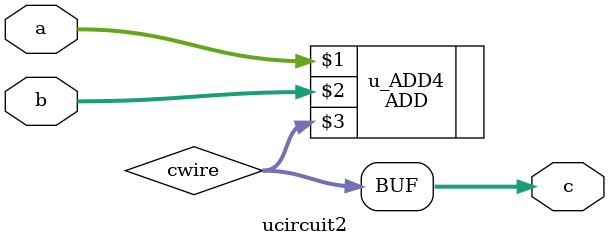
<source format=v>

module ucircuit2(

	 input [7:0] a,
	 input [15:0] b,

	 output [31:0] c
);

	 wire [31:0] cwire;
	 ADD #(0) u_ADD4 (a,b,cwire);
	 assign c = cwire;


endmodule

// *********************************************************************************
// *                            END OF GENERATED FILE                              *
// *********************************************************************************

</source>
